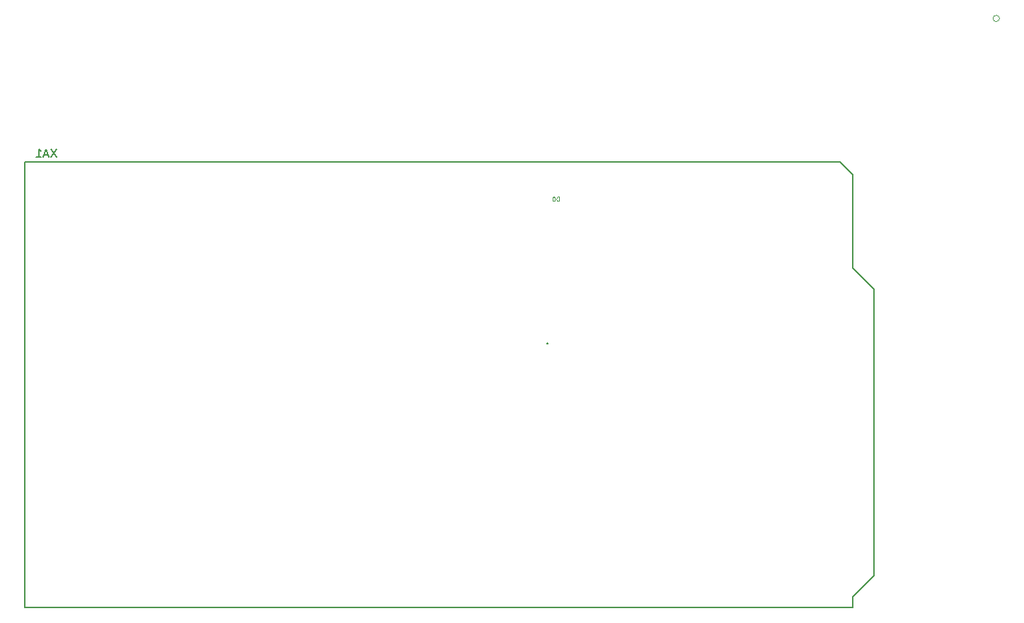
<source format=gbr>
%TF.GenerationSoftware,KiCad,Pcbnew,(6.0.11)*%
%TF.CreationDate,2023-04-01T14:18:44-06:00*%
%TF.ProjectId,arduino-mega-isa-shield,61726475-696e-46f2-9d6d-6567612d6973,rev?*%
%TF.SameCoordinates,Original*%
%TF.FileFunction,Legend,Bot*%
%TF.FilePolarity,Positive*%
%FSLAX46Y46*%
G04 Gerber Fmt 4.6, Leading zero omitted, Abs format (unit mm)*
G04 Created by KiCad (PCBNEW (6.0.11)) date 2023-04-01 14:18:44*
%MOMM*%
%LPD*%
G01*
G04 APERTURE LIST*
%ADD10C,0.150000*%
%ADD11C,0.075000*%
%ADD12C,0.120000*%
G04 APERTURE END LIST*
D10*
%TO.C,XA1*%
X81756095Y-61682380D02*
X81089428Y-62682380D01*
X81089428Y-61682380D02*
X81756095Y-62682380D01*
X80756095Y-62396666D02*
X80279904Y-62396666D01*
X80851333Y-62682380D02*
X80518000Y-61682380D01*
X80184666Y-62682380D01*
X79327523Y-62682380D02*
X79898952Y-62682380D01*
X79613238Y-62682380D02*
X79613238Y-61682380D01*
X79708476Y-61825238D01*
X79803714Y-61920476D01*
X79898952Y-61968095D01*
D11*
X141847047Y-67917190D02*
X141847047Y-67417190D01*
X141728000Y-67417190D01*
X141656571Y-67441000D01*
X141608952Y-67488619D01*
X141585142Y-67536238D01*
X141561333Y-67631476D01*
X141561333Y-67702904D01*
X141585142Y-67798142D01*
X141608952Y-67845761D01*
X141656571Y-67893380D01*
X141728000Y-67917190D01*
X141847047Y-67917190D01*
X141251809Y-67417190D02*
X141204190Y-67417190D01*
X141156571Y-67441000D01*
X141132761Y-67464809D01*
X141108952Y-67512428D01*
X141085142Y-67607666D01*
X141085142Y-67726714D01*
X141108952Y-67821952D01*
X141132761Y-67869571D01*
X141156571Y-67893380D01*
X141204190Y-67917190D01*
X141251809Y-67917190D01*
X141299428Y-67893380D01*
X141323238Y-67869571D01*
X141347047Y-67821952D01*
X141370857Y-67726714D01*
X141370857Y-67607666D01*
X141347047Y-67512428D01*
X141323238Y-67464809D01*
X141299428Y-67441000D01*
X141251809Y-67417190D01*
D10*
X140462000Y-84939142D02*
X140509619Y-84986761D01*
X140462000Y-85034380D01*
X140414380Y-84986761D01*
X140462000Y-84939142D01*
X140462000Y-85034380D01*
X175514000Y-63246000D02*
X177038000Y-64770000D01*
X179578000Y-78486000D02*
X177038000Y-75946000D01*
X177038000Y-115316000D02*
X179578000Y-112776000D01*
X77978000Y-116586000D02*
X177038000Y-116586000D01*
X77978000Y-63246000D02*
X175514000Y-63246000D01*
X77978000Y-63246000D02*
X77978000Y-116586000D01*
X177038000Y-116586000D02*
X177038000Y-115316000D01*
X179578000Y-112776000D02*
X179578000Y-78486000D01*
X177038000Y-75946000D02*
X177038000Y-64770000D01*
D12*
%TO.C,J1*%
X194564000Y-46050000D02*
G75*
G03*
X194564000Y-46050000I-381000J0D01*
G01*
%TD*%
M02*

</source>
